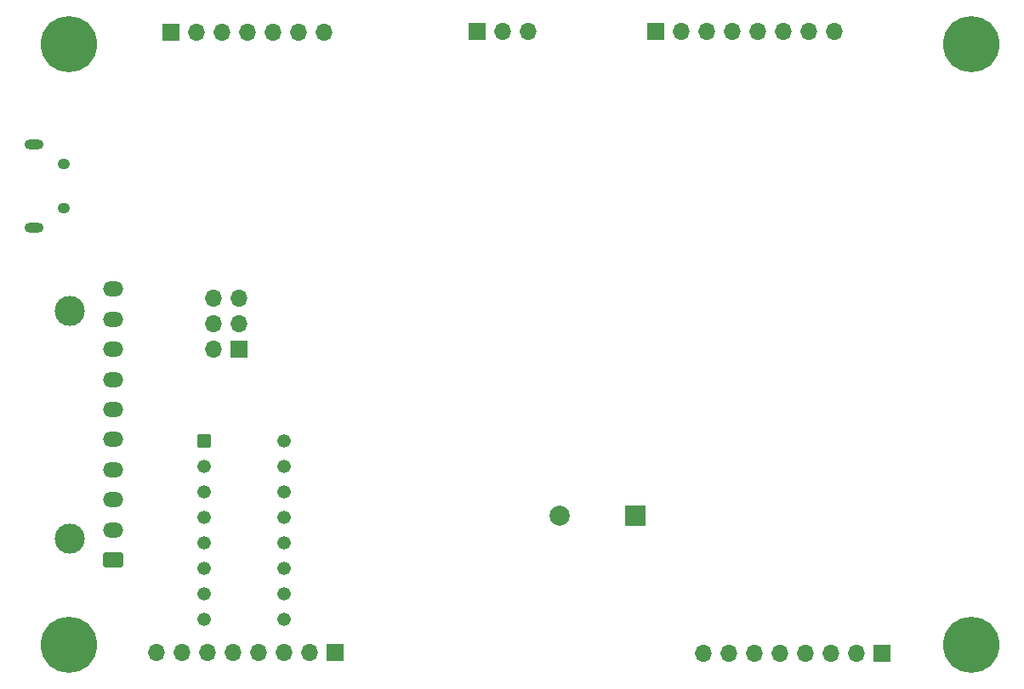
<source format=gbs>
G04 #@! TF.GenerationSoftware,KiCad,Pcbnew,8.0.6*
G04 #@! TF.CreationDate,2025-02-16T00:38:08-05:00*
G04 #@! TF.ProjectId,SCAN_mainboard,5343414e-5f6d-4616-996e-626f6172642e,v1.0*
G04 #@! TF.SameCoordinates,Original*
G04 #@! TF.FileFunction,Soldermask,Bot*
G04 #@! TF.FilePolarity,Negative*
%FSLAX46Y46*%
G04 Gerber Fmt 4.6, Leading zero omitted, Abs format (unit mm)*
G04 Created by KiCad (PCBNEW 8.0.6) date 2025-02-16 00:38:08*
%MOMM*%
%LPD*%
G01*
G04 APERTURE LIST*
G04 Aperture macros list*
%AMRoundRect*
0 Rectangle with rounded corners*
0 $1 Rounding radius*
0 $2 $3 $4 $5 $6 $7 $8 $9 X,Y pos of 4 corners*
0 Add a 4 corners polygon primitive as box body*
4,1,4,$2,$3,$4,$5,$6,$7,$8,$9,$2,$3,0*
0 Add four circle primitives for the rounded corners*
1,1,$1+$1,$2,$3*
1,1,$1+$1,$4,$5*
1,1,$1+$1,$6,$7*
1,1,$1+$1,$8,$9*
0 Add four rect primitives between the rounded corners*
20,1,$1+$1,$2,$3,$4,$5,0*
20,1,$1+$1,$4,$5,$6,$7,0*
20,1,$1+$1,$6,$7,$8,$9,0*
20,1,$1+$1,$8,$9,$2,$3,0*%
G04 Aperture macros list end*
%ADD10C,5.600000*%
%ADD11C,3.000000*%
%ADD12RoundRect,0.250001X0.759999X-0.499999X0.759999X0.499999X-0.759999X0.499999X-0.759999X-0.499999X0*%
%ADD13O,2.020000X1.500000*%
%ADD14R,1.700000X1.700000*%
%ADD15O,1.700000X1.700000*%
%ADD16R,2.000000X2.000000*%
%ADD17C,2.000000*%
%ADD18O,1.900000X1.000000*%
%ADD19O,1.250000X1.050000*%
%ADD20RoundRect,0.102000X-0.565000X-0.565000X0.565000X-0.565000X0.565000X0.565000X-0.565000X0.565000X0*%
%ADD21C,1.334000*%
G04 APERTURE END LIST*
D10*
X191770000Y-127000000D03*
X191770000Y-67160000D03*
X101930000Y-127000000D03*
X101930000Y-67160000D03*
D11*
X102000000Y-116430000D03*
X102000000Y-93730000D03*
D12*
X106320000Y-118580000D03*
D13*
X106320000Y-115580000D03*
X106320000Y-112580000D03*
X106320000Y-109580000D03*
X106320000Y-106580000D03*
X106320000Y-103580000D03*
X106320000Y-100580000D03*
X106320000Y-97580000D03*
X106320000Y-94580000D03*
X106320000Y-91580000D03*
D14*
X118850000Y-97580000D03*
D15*
X116310000Y-97580000D03*
X118850000Y-95040000D03*
X116310000Y-95040000D03*
X118850000Y-92500000D03*
X116310000Y-92500000D03*
D14*
X160365000Y-65890000D03*
D15*
X162905000Y-65890000D03*
X165445000Y-65890000D03*
X167985000Y-65890000D03*
X170525000Y-65890000D03*
X173065000Y-65890000D03*
X175605000Y-65890000D03*
X178145000Y-65890000D03*
D16*
X158350000Y-114150000D03*
D17*
X150750000Y-114150000D03*
D18*
X98450000Y-85480000D03*
D19*
X101450000Y-83530000D03*
X101450000Y-79080000D03*
D18*
X98450000Y-77130000D03*
D15*
X147650000Y-65890000D03*
X145110000Y-65890000D03*
D14*
X142570000Y-65890000D03*
X182850000Y-127865000D03*
D15*
X180310000Y-127865000D03*
X177770000Y-127865000D03*
X175230000Y-127865000D03*
X172690000Y-127865000D03*
X170150000Y-127865000D03*
X167610000Y-127865000D03*
X165070000Y-127865000D03*
D20*
X115410000Y-106690000D03*
D21*
X115410000Y-109230000D03*
X115410000Y-111770000D03*
X115410000Y-114310000D03*
X115410000Y-116850000D03*
X115410000Y-119390000D03*
X115410000Y-121930000D03*
X115410000Y-124470000D03*
X123350000Y-124470000D03*
X123350000Y-121930000D03*
X123350000Y-119390000D03*
X123350000Y-116850000D03*
X123350000Y-114310000D03*
X123350000Y-111770000D03*
X123350000Y-109230000D03*
X123350000Y-106690000D03*
D15*
X127325000Y-65970000D03*
X124785000Y-65970000D03*
X122245000Y-65970000D03*
X119705000Y-65970000D03*
X117165000Y-65970000D03*
X114625000Y-65970000D03*
D14*
X112085000Y-65970000D03*
X128420000Y-127795000D03*
D15*
X125880000Y-127795000D03*
X123340000Y-127795000D03*
X120800000Y-127795000D03*
X118260000Y-127795000D03*
X115720000Y-127795000D03*
X113180000Y-127795000D03*
X110640000Y-127795000D03*
M02*

</source>
